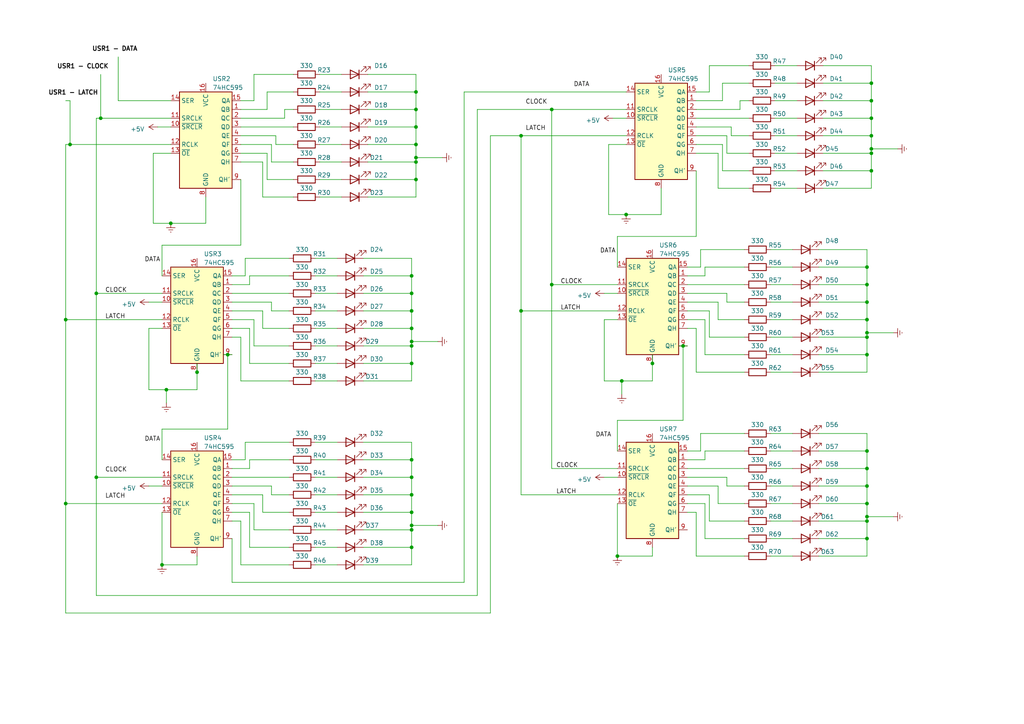
<source format=kicad_sch>
(kicad_sch (version 20230121) (generator eeschema)
  (paper "A4")
  (lib_symbols
    (symbol "74xx:74HC595"
      (property "Reference" "U" (at -7.62 13.97 0))
      (property "Value" "74HC595" (at -7.62 -16.51 0))
      (symbol "74HC595_1_0"
        (pin tri_state line (at 10.16 7.62 180) (length 2.54) (name "QB") (number "1"))
        (pin input line (at -10.16 2.54 0) (length 2.54) (name "~{SRCLR}") (number "10"))
        (pin input line (at -10.16 5.08 0) (length 2.54) (name "SRCLK") (number "11"))
        (pin input line (at -10.16 -2.54 0) (length 2.54) (name "RCLK") (number "12"))
        (pin input line (at -10.16 -5.08 0) (length 2.54) (name "~{OE}") (number "13"))
        (pin input line (at -10.16 10.16 0) (length 2.54) (name "SER") (number "14"))
        (pin tri_state line (at 10.16 10.16 180) (length 2.54) (name "QA") (number "15"))
        (pin power_in line (at 0 15.24 270) (length 2.54) (name "VCC") (number "16"))
        (pin tri_state line (at 10.16 5.08 180) (length 2.54) (name "QC") (number "2"))
        (pin tri_state line (at 10.16 2.54 180) (length 2.54) (name "QD") (number "3"))
        (pin tri_state line (at 10.16 0 180) (length 2.54) (name "QE") (number "4"))
        (pin tri_state line (at 10.16 -2.54 180) (length 2.54) (name "QF") (number "5"))
        (pin tri_state line (at 10.16 -5.08 180) (length 2.54) (name "QG") (number "6"))
        (pin tri_state line (at 10.16 -7.62 180) (length 2.54) (name "QH") (number "7"))
        (pin power_in line (at 0 -17.78 90) (length 2.54) (name "GND") (number "8"))
        (pin output line (at 10.16 -12.7 180) (length 2.54) (name "QH'") (number "9"))
      )
      (symbol "74HC595_1_1"
        (rectangle (start -7.62 12.7) (end 7.62 -15.24) (stroke (width 0.254)) (fill (type background)))
      )
    )
    (symbol "Device:LED" (pin_numbers hide) (pin_names (offset 1.016) hide)
      (property "Reference" "D" (at 0 2.54 0))
      (property "Value" "LED" (at 0 -2.54 0))
      (symbol "LED_0_1"
        (polyline (pts (xy -1.27 -1.27) (xy -1.27 1.27)) (stroke (width 0.254)))
        (polyline (pts (xy -1.27 0) (xy 1.27 0)))
        (polyline (pts (xy 1.27 -1.27) (xy 1.27 1.27) (xy -1.27 0) (xy 1.27 -1.27)) (stroke (width 0.254)))
        (polyline (pts (xy -3.048 -0.762) (xy -4.572 -2.286) (xy -3.81 -2.286) (xy -4.572 -2.286) (xy -4.572 -1.524)))
        (polyline (pts (xy -1.778 -0.762) (xy -3.302 -2.286) (xy -2.54 -2.286) (xy -3.302 -2.286) (xy -3.302 -1.524)))
      )
      (symbol "LED_1_1"
        (pin passive line (at -3.81 0 0) (length 2.54) (name "K") (number "1"))
        (pin passive line (at 3.81 0 180) (length 2.54) (name "A") (number "2"))
      )
    )
    (symbol "Device:R" (pin_numbers hide) (pin_names (offset 0))
      (property "Reference" "R" (at 2.032 0 90))
      (property "Value" "R" (at 0 0 90))
      (symbol "R_0_1"
        (rectangle (start -1.016 -2.54) (end 1.016 2.54) (stroke (width 0.254)))
      )
      (symbol "R_1_1"
        (pin passive line (at 0 3.81 270) (length 1.27) (name "~") (number "1"))
        (pin passive line (at 0 -3.81 90) (length 1.27) (name "~") (number "2"))
      )
    )
    (symbol "power:+5V" (power) (pin_names (offset 0))
      (property "Value" "+5V" (at 0 3.556 0))
      (symbol "+5V_0_1"
        (polyline (pts (xy -0.762 1.27) (xy 0 2.54)))
        (polyline (pts (xy 0 0) (xy 0 2.54)))
        (polyline (pts (xy 0 2.54) (xy 0.762 1.27)))
      )
      (symbol "+5V_1_1"
        (pin power_in line (at 0 0 90) (length 0) hide (name "+5V") (number "1"))
      )
    )
    (symbol "power:Earth" (power) (pin_names (offset 0))
      (symbol "Earth_0_1"
        (polyline (pts (xy -0.635 -1.905) (xy 0.635 -1.905)))
        (polyline (pts (xy -0.127 -2.54) (xy 0.127 -2.54)))
        (polyline (pts (xy 0 -1.27) (xy 0 0)))
        (polyline (pts (xy 1.27 -1.27) (xy -1.27 -1.27)))
      )
      (symbol "Earth_1_1"
        (pin power_in line (at 0 0 270) (length 0) hide (name "Earth") (number "1"))
      )
    )
  )
  (junction (at 119.38 100.33))
  (junction (at 179.07 161.29))
  (junction (at 251.46 87.63))
  (junction (at 251.46 156.21))
  (junction (at 119.38 105.41))
  (junction (at 120.65 41.91))
  (junction (at 27.94 85.09))
  (junction (at 189.23 105.41))
  (junction (at 20.32 41.91))
  (junction (at 252.73 44.45))
  (junction (at 151.13 90.17))
  (junction (at 119.38 90.17))
  (junction (at 251.46 146.05))
  (junction (at 251.46 149.86))
  (junction (at 19.05 146.05))
  (junction (at 251.46 130.81))
  (junction (at 251.46 102.87))
  (junction (at 251.46 77.47))
  (junction (at 46.99 163.83))
  (junction (at 120.65 31.75))
  (junction (at 251.46 97.79))
  (junction (at 120.65 45.72))
  (junction (at 120.65 26.67))
  (junction (at 19.05 92.71))
  (junction (at 119.38 158.75))
  (junction (at 119.38 148.59))
  (junction (at 160.02 82.55))
  (junction (at 252.73 43.18))
  (junction (at 151.13 39.37))
  (junction (at 119.38 80.01))
  (junction (at 119.38 138.43))
  (junction (at 119.38 95.25))
  (junction (at 120.65 46.99))
  (junction (at 180.34 110.49))
  (junction (at 119.38 153.67))
  (junction (at 252.73 39.37))
  (junction (at 251.46 135.89))
  (junction (at 181.61 62.23))
  (junction (at 119.38 133.35))
  (junction (at 252.73 34.29))
  (junction (at 27.94 138.43))
  (junction (at 119.38 143.51))
  (junction (at 120.65 52.07))
  (junction (at 49.53 64.77))
  (junction (at 252.73 29.21))
  (junction (at 119.38 99.06))
  (junction (at 29.21 34.29))
  (junction (at 160.02 31.75))
  (junction (at 120.65 36.83))
  (junction (at 66.04 102.87))
  (junction (at 57.15 107.95))
  (junction (at 198.12 100.33))
  (junction (at 251.46 140.97))
  (junction (at 252.73 24.13))
  (junction (at 251.46 96.52))
  (junction (at 48.26 113.03))
  (junction (at 252.73 49.53))
  (junction (at 251.46 92.71))
  (junction (at 119.38 85.09))
  (junction (at 119.38 152.4))
  (junction (at 251.46 151.13))
  (junction (at 251.46 82.55))
  (wire (pts (xy 91.44 133.35) (xy 97.79 133.35)))
  (wire (pts (xy 19.05 146.05) (xy 19.05 177.8)))
  (wire (pts (xy 210.82 138.43) (xy 199.39 138.43)))
  (wire (pts (xy 251.46 87.63) (xy 251.46 92.71)))
  (wire (pts (xy 138.43 172.72) (xy 138.43 31.75)))
  (wire (pts (xy 238.76 44.45) (xy 252.73 44.45)))
  (wire (pts (xy 67.31 135.89) (xy 72.39 135.89)))
  (wire (pts (xy 67.31 151.13) (xy 69.85 151.13)))
  (wire (pts (xy 237.49 82.55) (xy 251.46 82.55)))
  (wire (pts (xy 19.05 92.71) (xy 46.99 92.71)))
  (wire (pts (xy 19.05 41.91) (xy 20.32 41.91)))
  (wire (pts (xy 69.85 41.91) (xy 78.74 41.91)))
  (wire (pts (xy 179.07 121.92) (xy 179.07 130.81)))
  (wire (pts (xy 72.39 80.01) (xy 83.82 80.01)))
  (wire (pts (xy 179.07 121.92) (xy 198.12 121.92)))
  (wire (pts (xy 201.93 39.37) (xy 210.82 39.37)))
  (wire (pts (xy 179.07 68.58) (xy 201.93 68.58)))
  (wire (pts (xy 49.53 29.21) (xy 34.29 29.21)))
  (wire (pts (xy 223.52 130.81) (xy 229.87 130.81)))
  (wire (pts (xy 223.52 146.05) (xy 229.87 146.05)))
  (wire (pts (xy 105.41 95.25) (xy 119.38 95.25)))
  (wire (pts (xy 215.9 161.29) (xy 201.93 161.29)))
  (wire (pts (xy 105.41 153.67) (xy 119.38 153.67)))
  (wire (pts (xy 238.76 24.13) (xy 252.73 24.13)))
  (wire (pts (xy 223.52 72.39) (xy 229.87 72.39)))
  (wire (pts (xy 199.39 133.35) (xy 204.47 133.35)))
  (wire (pts (xy 71.12 128.27) (xy 83.82 128.27)))
  (wire (pts (xy 251.46 92.71) (xy 251.46 96.52)))
  (wire (pts (xy 69.85 39.37) (xy 80.01 39.37)))
  (wire (pts (xy 105.41 163.83) (xy 119.38 163.83)))
  (wire (pts (xy 208.28 87.63) (xy 208.28 92.71)))
  (wire (pts (xy 77.47 44.45) (xy 77.47 52.07)))
  (wire (pts (xy 59.69 57.15) (xy 59.69 64.77)))
  (wire (pts (xy 83.82 153.67) (xy 73.66 153.67)))
  (wire (pts (xy 179.07 135.89) (xy 160.02 135.89)))
  (wire (pts (xy 199.39 80.01) (xy 204.47 80.01)))
  (wire (pts (xy 204.47 130.81) (xy 215.9 130.81)))
  (wire (pts (xy 27.94 172.72) (xy 138.43 172.72)))
  (wire (pts (xy 191.77 54.61) (xy 191.77 62.23)))
  (wire (pts (xy 91.44 105.41) (xy 97.79 105.41)))
  (wire (pts (xy 69.85 44.45) (xy 77.47 44.45)))
  (wire (pts (xy 77.47 52.07) (xy 85.09 52.07)))
  (wire (pts (xy 205.74 19.05) (xy 217.17 19.05)))
  (wire (pts (xy 189.23 158.75) (xy 189.23 161.29)))
  (wire (pts (xy 76.2 57.15) (xy 85.09 57.15)))
  (wire (pts (xy 69.85 52.07) (xy 69.85 71.12)))
  (wire (pts (xy 92.71 36.83) (xy 99.06 36.83)))
  (wire (pts (xy 106.68 46.99) (xy 120.65 46.99)))
  (wire (pts (xy 199.39 95.25) (xy 201.93 95.25)))
  (wire (pts (xy 199.39 82.55) (xy 215.9 82.55)))
  (wire (pts (xy 69.85 110.49) (xy 69.85 97.79)))
  (wire (pts (xy 119.38 80.01) (xy 119.38 85.09)))
  (wire (pts (xy 237.49 107.95) (xy 251.46 107.95)))
  (wire (pts (xy 67.31 133.35) (xy 71.12 133.35)))
  (wire (pts (xy 69.85 29.21) (xy 73.66 29.21)))
  (wire (pts (xy 251.46 151.13) (xy 251.46 156.21)))
  (wire (pts (xy 199.39 146.05) (xy 204.47 146.05)))
  (wire (pts (xy 223.52 161.29) (xy 229.87 161.29)))
  (wire (pts (xy 198.12 100.33) (xy 199.39 100.33)))
  (wire (pts (xy 203.2 77.47) (xy 203.2 72.39)))
  (wire (pts (xy 92.71 41.91) (xy 99.06 41.91)))
  (wire (pts (xy 105.41 138.43) (xy 119.38 138.43)))
  (wire (pts (xy 27.94 85.09) (xy 27.94 34.29)))
  (wire (pts (xy 238.76 54.61) (xy 252.73 54.61)))
  (wire (pts (xy 224.79 19.05) (xy 231.14 19.05)))
  (wire (pts (xy 73.66 153.67) (xy 73.66 146.05)))
  (wire (pts (xy 199.39 140.97) (xy 208.28 140.97)))
  (wire (pts (xy 59.69 64.77) (xy 49.53 64.77)))
  (wire (pts (xy 67.31 82.55) (xy 72.39 82.55)))
  (wire (pts (xy 67.31 97.79) (xy 69.85 97.79)))
  (wire (pts (xy 238.76 29.21) (xy 252.73 29.21)))
  (wire (pts (xy 223.52 156.21) (xy 229.87 156.21)))
  (wire (pts (xy 252.73 29.21) (xy 252.73 34.29)))
  (wire (pts (xy 208.28 146.05) (xy 215.9 146.05)))
  (wire (pts (xy 160.02 82.55) (xy 179.07 82.55)))
  (wire (pts (xy 105.41 128.27) (xy 119.38 128.27)))
  (wire (pts (xy 49.53 44.45) (xy 44.45 44.45)))
  (wire (pts (xy 224.79 49.53) (xy 231.14 49.53)))
  (wire (pts (xy 72.39 82.55) (xy 72.39 80.01)))
  (wire (pts (xy 252.73 39.37) (xy 252.73 43.18)))
  (wire (pts (xy 73.66 92.71) (xy 67.31 92.71)))
  (wire (pts (xy 208.28 54.61) (xy 217.17 54.61)))
  (wire (pts (xy 106.68 36.83) (xy 120.65 36.83)))
  (wire (pts (xy 44.45 64.77) (xy 49.53 64.77)))
  (wire (pts (xy 83.82 143.51) (xy 78.74 143.51)))
  (wire (pts (xy 205.74 143.51) (xy 199.39 143.51)))
  (wire (pts (xy 78.74 87.63) (xy 67.31 87.63)))
  (wire (pts (xy 223.52 151.13) (xy 229.87 151.13)))
  (wire (pts (xy 196.85 100.33) (xy 198.12 100.33)))
  (wire (pts (xy 252.73 43.18) (xy 260.35 43.18)))
  (wire (pts (xy 237.49 146.05) (xy 251.46 146.05)))
  (wire (pts (xy 76.2 95.25) (xy 83.82 95.25)))
  (wire (pts (xy 223.52 87.63) (xy 229.87 87.63)))
  (wire (pts (xy 119.38 153.67) (xy 119.38 158.75)))
  (wire (pts (xy 78.74 140.97) (xy 67.31 140.97)))
  (wire (pts (xy 198.12 100.33) (xy 198.12 121.92)))
  (wire (pts (xy 119.38 128.27) (xy 119.38 133.35)))
  (wire (pts (xy 224.79 54.61) (xy 231.14 54.61)))
  (wire (pts (xy 237.49 97.79) (xy 251.46 97.79)))
  (wire (pts (xy 92.71 26.67) (xy 99.06 26.67)))
  (wire (pts (xy 151.13 39.37) (xy 151.13 90.17)))
  (wire (pts (xy 251.46 135.89) (xy 251.46 140.97)))
  (wire (pts (xy 252.73 34.29) (xy 252.73 39.37)))
  (wire (pts (xy 78.74 90.17) (xy 78.74 87.63)))
  (wire (pts (xy 120.65 21.59) (xy 120.65 26.67)))
  (wire (pts (xy 77.47 26.67) (xy 85.09 26.67)))
  (wire (pts (xy 237.49 87.63) (xy 251.46 87.63)))
  (wire (pts (xy 208.28 92.71) (xy 215.9 92.71)))
  (wire (pts (xy 119.38 138.43) (xy 119.38 143.51)))
  (wire (pts (xy 210.82 85.09) (xy 199.39 85.09)))
  (wire (pts (xy 119.38 105.41) (xy 119.38 110.49)))
  (wire (pts (xy 44.45 44.45) (xy 44.45 64.77)))
  (wire (pts (xy 134.62 26.67) (xy 181.61 26.67)))
  (wire (pts (xy 105.41 133.35) (xy 119.38 133.35)))
  (wire (pts (xy 69.85 31.75) (xy 77.47 31.75)))
  (wire (pts (xy 20.32 29.21) (xy 20.32 41.91)))
  (wire (pts (xy 83.82 100.33) (xy 73.66 100.33)))
  (wire (pts (xy 120.65 26.67) (xy 120.65 31.75)))
  (wire (pts (xy 73.66 21.59) (xy 85.09 21.59)))
  (wire (pts (xy 181.61 41.91) (xy 176.53 41.91)))
  (wire (pts (xy 203.2 72.39) (xy 215.9 72.39)))
  (wire (pts (xy 204.47 80.01) (xy 204.47 77.47)))
  (wire (pts (xy 251.46 149.86) (xy 251.46 151.13)))
  (wire (pts (xy 46.99 138.43) (xy 27.94 138.43)))
  (wire (pts (xy 29.21 21.59) (xy 29.21 34.29)))
  (wire (pts (xy 223.52 140.97) (xy 229.87 140.97)))
  (wire (pts (xy 215.9 151.13) (xy 205.74 151.13)))
  (wire (pts (xy 214.63 29.21) (xy 214.63 31.75)))
  (wire (pts (xy 105.41 85.09) (xy 119.38 85.09)))
  (wire (pts (xy 209.55 41.91) (xy 209.55 49.53)))
  (wire (pts (xy 199.39 87.63) (xy 208.28 87.63)))
  (wire (pts (xy 175.26 138.43) (xy 179.07 138.43)))
  (wire (pts (xy 83.82 90.17) (xy 78.74 90.17)))
  (wire (pts (xy 237.49 92.71) (xy 251.46 92.71)))
  (wire (pts (xy 46.99 124.46) (xy 66.04 124.46)))
  (wire (pts (xy 92.71 46.99) (xy 99.06 46.99)))
  (wire (pts (xy 105.41 148.59) (xy 119.38 148.59)))
  (wire (pts (xy 78.74 143.51) (xy 78.74 140.97)))
  (wire (pts (xy 67.31 85.09) (xy 83.82 85.09)))
  (wire (pts (xy 66.04 102.87) (xy 67.31 102.87)))
  (wire (pts (xy 179.07 146.05) (xy 179.07 161.29)))
  (wire (pts (xy 57.15 105.41) (xy 57.15 107.95)))
  (wire (pts (xy 119.38 152.4) (xy 127 152.4)))
  (wire (pts (xy 251.46 72.39) (xy 251.46 77.47)))
  (wire (pts (xy 46.99 148.59) (xy 46.99 163.83)))
  (wire (pts (xy 204.47 133.35) (xy 204.47 130.81)))
  (wire (pts (xy 80.01 39.37) (xy 80.01 41.91)))
  (wire (pts (xy 120.65 45.72) (xy 128.27 45.72)))
  (wire (pts (xy 179.07 92.71) (xy 175.26 92.71)))
  (wire (pts (xy 212.09 39.37) (xy 217.17 39.37)))
  (wire (pts (xy 134.62 168.91) (xy 134.62 26.67)))
  (wire (pts (xy 237.49 77.47) (xy 251.46 77.47)))
  (wire (pts (xy 205.74 26.67) (xy 205.74 19.05)))
  (wire (pts (xy 223.52 135.89) (xy 229.87 135.89)))
  (wire (pts (xy 238.76 19.05) (xy 252.73 19.05)))
  (wire (pts (xy 76.2 90.17) (xy 76.2 95.25)))
  (wire (pts (xy 199.39 77.47) (xy 203.2 77.47)))
  (wire (pts (xy 138.43 31.75) (xy 160.02 31.75)))
  (wire (pts (xy 223.52 97.79) (xy 229.87 97.79)))
  (wire (pts (xy 91.44 128.27) (xy 97.79 128.27)))
  (wire (pts (xy 49.53 41.91) (xy 20.32 41.91)))
  (wire (pts (xy 49.53 34.29) (xy 29.21 34.29)))
  (wire (pts (xy 105.41 80.01) (xy 119.38 80.01)))
  (wire (pts (xy 27.94 138.43) (xy 27.94 85.09)))
  (wire (pts (xy 105.41 105.41) (xy 119.38 105.41)))
  (wire (pts (xy 180.34 110.49) (xy 189.23 110.49)))
  (wire (pts (xy 205.74 97.79) (xy 205.74 90.17)))
  (wire (pts (xy 19.05 146.05) (xy 19.05 92.71)))
  (wire (pts (xy 151.13 90.17) (xy 179.07 90.17)))
  (wire (pts (xy 201.93 29.21) (xy 209.55 29.21)))
  (wire (pts (xy 119.38 99.06) (xy 127 99.06)))
  (wire (pts (xy 82.55 31.75) (xy 82.55 34.29)))
  (wire (pts (xy 119.38 133.35) (xy 119.38 138.43)))
  (wire (pts (xy 72.39 135.89) (xy 72.39 133.35)))
  (wire (pts (xy 91.44 95.25) (xy 97.79 95.25)))
  (wire (pts (xy 251.46 82.55) (xy 251.46 87.63)))
  (wire (pts (xy 91.44 110.49) (xy 97.79 110.49)))
  (wire (pts (xy 48.26 113.03) (xy 48.26 116.84)))
  (wire (pts (xy 215.9 107.95) (xy 201.93 107.95)))
  (wire (pts (xy 91.44 90.17) (xy 97.79 90.17)))
  (wire (pts (xy 57.15 163.83) (xy 46.99 163.83)))
  (wire (pts (xy 69.85 34.29) (xy 82.55 34.29)))
  (wire (pts (xy 252.73 44.45) (xy 252.73 49.53)))
  (wire (pts (xy 180.34 110.49) (xy 180.34 114.3)))
  (wire (pts (xy 106.68 41.91) (xy 120.65 41.91)))
  (wire (pts (xy 119.38 152.4) (xy 119.38 153.67)))
  (wire (pts (xy 91.44 163.83) (xy 97.79 163.83)))
  (wire (pts (xy 179.07 143.51) (xy 151.13 143.51)))
  (wire (pts (xy 209.55 29.21) (xy 209.55 24.13)))
  (wire (pts (xy 19.05 92.71) (xy 19.05 41.91)))
  (wire (pts (xy 91.44 80.01) (xy 97.79 80.01)))
  (wire (pts (xy 175.26 92.71) (xy 175.26 110.49)))
  (wire (pts (xy 224.79 29.21) (xy 231.14 29.21)))
  (wire (pts (xy 223.52 125.73) (xy 229.87 125.73)))
  (wire (pts (xy 189.23 102.87) (xy 189.23 105.41)))
  (wire (pts (xy 252.73 43.18) (xy 252.73 44.45)))
  (wire (pts (xy 224.79 39.37) (xy 231.14 39.37)))
  (wire (pts (xy 238.76 34.29) (xy 252.73 34.29)))
  (wire (pts (xy 223.52 92.71) (xy 229.87 92.71)))
  (wire (pts (xy 120.65 36.83) (xy 120.65 41.91)))
  (wire (pts (xy 204.47 92.71) (xy 204.47 102.87)))
  (wire (pts (xy 106.68 57.15) (xy 120.65 57.15)))
  (wire (pts (xy 119.38 158.75) (xy 119.38 163.83)))
  (wire (pts (xy 203.2 125.73) (xy 215.9 125.73)))
  (wire (pts (xy 223.52 107.95) (xy 229.87 107.95)))
  (wire (pts (xy 238.76 39.37) (xy 252.73 39.37)))
  (wire (pts (xy 76.2 148.59) (xy 83.82 148.59)))
  (wire (pts (xy 237.49 102.87) (xy 251.46 102.87)))
  (wire (pts (xy 120.65 41.91) (xy 120.65 45.72)))
  (wire (pts (xy 179.07 68.58) (xy 179.07 77.47)))
  (wire (pts (xy 201.93 107.95) (xy 201.93 95.25)))
  (wire (pts (xy 204.47 146.05) (xy 204.47 156.21)))
  (wire (pts (xy 69.85 163.83) (xy 69.85 151.13)))
  (wire (pts (xy 91.44 143.51) (xy 97.79 143.51)))
  (wire (pts (xy 237.49 151.13) (xy 251.46 151.13)))
  (wire (pts (xy 46.99 71.12) (xy 46.99 80.01)))
  (wire (pts (xy 91.44 74.93) (xy 97.79 74.93)))
  (wire (pts (xy 201.93 49.53) (xy 201.93 68.58)))
  (wire (pts (xy 237.49 72.39) (xy 251.46 72.39)))
  (wire (pts (xy 43.18 87.63) (xy 46.99 87.63)))
  (wire (pts (xy 106.68 52.07) (xy 120.65 52.07)))
  (wire (pts (xy 67.31 95.25) (xy 72.39 95.25)))
  (wire (pts (xy 48.26 113.03) (xy 57.15 113.03)))
  (wire (pts (xy 215.9 97.79) (xy 205.74 97.79)))
  (wire (pts (xy 106.68 26.67) (xy 120.65 26.67)))
  (wire (pts (xy 92.71 21.59) (xy 99.06 21.59)))
  (wire (pts (xy 67.31 156.21) (xy 67.31 168.91)))
  (wire (pts (xy 223.52 77.47) (xy 229.87 77.47)))
  (wire (pts (xy 69.85 46.99) (xy 76.2 46.99)))
  (wire (pts (xy 251.46 102.87) (xy 251.46 107.95)))
  (wire (pts (xy 151.13 39.37) (xy 181.61 39.37)))
  (wire (pts (xy 119.38 148.59) (xy 119.38 152.4)))
  (wire (pts (xy 201.93 26.67) (xy 205.74 26.67)))
  (wire (pts (xy 251.46 130.81) (xy 251.46 135.89)))
  (wire (pts (xy 73.66 29.21) (xy 73.66 21.59)))
  (wire (pts (xy 119.38 90.17) (xy 119.38 95.25)))
  (wire (pts (xy 215.9 87.63) (xy 210.82 87.63)))
  (wire (pts (xy 67.31 143.51) (xy 76.2 143.51)))
  (wire (pts (xy 201.93 34.29) (xy 217.17 34.29)))
  (wire (pts (xy 251.46 140.97) (xy 251.46 146.05)))
  (wire (pts (xy 120.65 45.72) (xy 120.65 46.99)))
  (wire (pts (xy 189.23 105.41) (xy 189.23 110.49)))
  (wire (pts (xy 78.74 41.91) (xy 78.74 46.99)))
  (wire (pts (xy 199.39 130.81) (xy 203.2 130.81)))
  (wire (pts (xy 45.72 36.83) (xy 49.53 36.83)))
  (wire (pts (xy 210.82 44.45) (xy 217.17 44.45)))
  (wire (pts (xy 252.73 49.53) (xy 252.73 54.61)))
  (wire (pts (xy 209.55 24.13) (xy 217.17 24.13)))
  (wire (pts (xy 91.44 138.43) (xy 97.79 138.43)))
  (wire (pts (xy 189.23 161.29) (xy 179.07 161.29)))
  (wire (pts (xy 27.94 34.29) (xy 29.21 34.29)))
  (wire (pts (xy 119.38 143.51) (xy 119.38 148.59)))
  (wire (pts (xy 20.32 29.21) (xy 19.05 29.21)))
  (wire (pts (xy 91.44 85.09) (xy 97.79 85.09)))
  (wire (pts (xy 160.02 31.75) (xy 181.61 31.75)))
  (wire (pts (xy 252.73 24.13) (xy 252.73 29.21)))
  (wire (pts (xy 119.38 74.93) (xy 119.38 80.01)))
  (wire (pts (xy 224.79 24.13) (xy 231.14 24.13)))
  (wire (pts (xy 210.82 87.63) (xy 210.82 85.09)))
  (wire (pts (xy 175.26 85.09) (xy 179.07 85.09)))
  (wire (pts (xy 199.39 148.59) (xy 201.93 148.59)))
  (wire (pts (xy 72.39 95.25) (xy 72.39 105.41)))
  (wire (pts (xy 210.82 39.37) (xy 210.82 44.45)))
  (wire (pts (xy 92.71 52.07) (xy 99.06 52.07)))
  (wire (pts (xy 160.02 82.55) (xy 160.02 135.89)))
  (wire (pts (xy 105.41 158.75) (xy 119.38 158.75)))
  (wire (pts (xy 237.49 135.89) (xy 251.46 135.89)))
  (wire (pts (xy 201.93 31.75) (xy 214.63 31.75)))
  (wire (pts (xy 119.38 99.06) (xy 119.38 100.33)))
  (wire (pts (xy 69.85 36.83) (xy 85.09 36.83)))
  (wire (pts (xy 72.39 148.59) (xy 72.39 158.75)))
  (wire (pts (xy 252.73 19.05) (xy 252.73 24.13)))
  (wire (pts (xy 237.49 140.97) (xy 251.46 140.97)))
  (wire (pts (xy 223.52 82.55) (xy 229.87 82.55)))
  (wire (pts (xy 106.68 21.59) (xy 120.65 21.59)))
  (wire (pts (xy 46.99 71.12) (xy 69.85 71.12)))
  (wire (pts (xy 208.28 140.97) (xy 208.28 146.05)))
  (wire (pts (xy 223.52 102.87) (xy 229.87 102.87)))
  (wire (pts (xy 91.44 100.33) (xy 97.79 100.33)))
  (wire (pts (xy 76.2 143.51) (xy 76.2 148.59)))
  (wire (pts (xy 19.05 177.8) (xy 142.24 177.8)))
  (wire (pts (xy 91.44 158.75) (xy 97.79 158.75)))
  (wire (pts (xy 106.68 31.75) (xy 120.65 31.75)))
  (wire (pts (xy 204.47 156.21) (xy 215.9 156.21)))
  (wire (pts (xy 72.39 105.41) (xy 83.82 105.41)))
  (wire (pts (xy 201.93 41.91) (xy 209.55 41.91)))
  (wire (pts (xy 201.93 161.29) (xy 201.93 148.59)))
  (wire (pts (xy 251.46 77.47) (xy 251.46 82.55)))
  (wire (pts (xy 142.24 39.37) (xy 151.13 39.37)))
  (wire (pts (xy 27.94 138.43) (xy 27.94 172.72)))
  (wire (pts (xy 78.74 46.99) (xy 85.09 46.99)))
  (wire (pts (xy 210.82 140.97) (xy 210.82 138.43)))
  (wire (pts (xy 46.99 95.25) (xy 43.18 95.25)))
  (wire (pts (xy 251.46 96.52) (xy 259.08 96.52)))
  (wire (pts (xy 46.99 124.46) (xy 46.99 133.35)))
  (wire (pts (xy 67.31 138.43) (xy 83.82 138.43)))
  (wire (pts (xy 209.55 49.53) (xy 217.17 49.53)))
  (wire (pts (xy 120.65 31.75) (xy 120.65 36.83)))
  (wire (pts (xy 82.55 31.75) (xy 85.09 31.75)))
  (wire (pts (xy 43.18 140.97) (xy 46.99 140.97)))
  (wire (pts (xy 205.74 151.13) (xy 205.74 143.51)))
  (wire (pts (xy 142.24 177.8) (xy 142.24 39.37)))
  (wire (pts (xy 199.39 92.71) (xy 204.47 92.71)))
  (wire (pts (xy 224.79 34.29) (xy 231.14 34.29)))
  (wire (pts (xy 71.12 80.01) (xy 71.12 74.93)))
  (wire (pts (xy 80.01 41.91) (xy 85.09 41.91)))
  (wire (pts (xy 92.71 57.15) (xy 99.06 57.15)))
  (wire (pts (xy 215.9 140.97) (xy 210.82 140.97)))
  (wire (pts (xy 120.65 52.07) (xy 120.65 57.15)))
  (wire (pts (xy 203.2 130.81) (xy 203.2 125.73)))
  (wire (pts (xy 64.77 102.87) (xy 66.04 102.87)))
  (wire (pts (xy 237.49 125.73) (xy 251.46 125.73)))
  (wire (pts (xy 251.46 96.52) (xy 251.46 97.79)))
  (wire (pts (xy 43.18 113.03) (xy 48.26 113.03)))
  (wire (pts (xy 92.71 31.75) (xy 99.06 31.75)))
  (wire (pts (xy 212.09 36.83) (xy 212.09 39.37)))
  (wire (pts (xy 204.47 77.47) (xy 215.9 77.47)))
  (wire (pts (xy 27.94 85.09) (xy 46.99 85.09)))
  (wire (pts (xy 71.12 74.93) (xy 83.82 74.93)))
  (wire (pts (xy 251.46 156.21) (xy 251.46 161.29)))
  (wire (pts (xy 76.2 46.99) (xy 76.2 57.15)))
  (wire (pts (xy 237.49 161.29) (xy 251.46 161.29)))
  (wire (pts (xy 91.44 153.67) (xy 97.79 153.67)))
  (wire (pts (xy 201.93 36.83) (xy 212.09 36.83)))
  (wire (pts (xy 67.31 80.01) (xy 71.12 80.01)))
  (wire (pts (xy 119.38 95.25) (xy 119.38 99.06)))
  (wire (pts (xy 238.76 49.53) (xy 252.73 49.53)))
  (wire (pts (xy 251.46 125.73) (xy 251.46 130.81)))
  (wire (pts (xy 151.13 90.17) (xy 151.13 143.51)))
  (wire (pts (xy 73.66 100.33) (xy 73.66 92.71)))
  (wire (pts (xy 105.41 74.93) (xy 119.38 74.93)))
  (wire (pts (xy 77.47 31.75) (xy 77.47 26.67)))
  (wire (pts (xy 66.04 102.87) (xy 66.04 124.46)))
  (wire (pts (xy 204.47 102.87) (xy 215.9 102.87)))
  (wire (pts (xy 67.31 90.17) (xy 76.2 90.17)))
  (wire (pts (xy 119.38 100.33) (xy 119.38 105.41)))
  (wire (pts (xy 83.82 110.49) (xy 69.85 110.49)))
  (wire (pts (xy 224.79 44.45) (xy 231.14 44.45)))
  (wire (pts (xy 177.8 34.29) (xy 181.61 34.29)))
  (wire (pts (xy 176.53 41.91) (xy 176.53 62.23)))
  (wire (pts (xy 105.41 100.33) (xy 119.38 100.33)))
  (wire (pts (xy 105.41 90.17) (xy 119.38 90.17)))
  (wire (pts (xy 57.15 107.95) (xy 57.15 113.03)))
  (wire (pts (xy 46.99 146.05) (xy 19.05 146.05)))
  (wire (pts (xy 205.74 90.17) (xy 199.39 90.17)))
  (wire (pts (xy 208.28 44.45) (xy 208.28 54.61)))
  (wire (pts (xy 175.26 110.49) (xy 180.34 110.49)))
  (wire (pts (xy 71.12 133.35) (xy 71.12 128.27)))
  (wire (pts (xy 119.38 85.09) (xy 119.38 90.17)))
  (wire (pts (xy 67.31 148.59) (xy 72.39 148.59)))
  (wire (pts (xy 251.46 146.05) (xy 251.46 149.86)))
  (wire (pts (xy 72.39 158.75) (xy 83.82 158.75)))
  (wire (pts (xy 201.93 44.45) (xy 208.28 44.45)))
  (wire (pts (xy 120.65 46.99) (xy 120.65 52.07)))
  (wire (pts (xy 105.41 143.51) (xy 119.38 143.51)))
  (wire (pts (xy 73.66 146.05) (xy 67.31 146.05)))
  (wire (pts (xy 83.82 163.83) (xy 69.85 163.83)))
  (wire (pts (xy 105.41 110.49) (xy 119.38 110.49)))
  (wire (pts (xy 237.49 156.21) (xy 251.46 156.21)))
  (wire (pts (xy 57.15 161.29) (xy 57.15 163.83)))
  (wire (pts (xy 176.53 62.23) (xy 181.61 62.23)))
  (wire (pts (xy 251.46 97.79) (xy 251.46 102.87)))
  (wire (pts (xy 160.02 31.75) (xy 160.02 82.55)))
  (wire (pts (xy 199.39 135.89) (xy 215.9 135.89)))
  (wire (pts (xy 67.31 168.91) (xy 134.62 168.91)))
  (wire (pts (xy 43.18 95.25) (xy 43.18 113.03)))
  (wire (pts (xy 72.39 133.35) (xy 83.82 133.35)))
  (wire (pts (xy 237.49 130.81) (xy 251.46 130.81)))
  (wire (pts (xy 214.63 29.21) (xy 217.17 29.21)))
  (wire (pts (xy 34.29 16.51) (xy 34.29 29.21)))
  (wire (pts (xy 191.77 62.23) (xy 181.61 62.23)))
  (wire (pts (xy 91.44 148.59) (xy 97.79 148.59)))
  (wire (pts (xy 251.46 149.86) (xy 259.08 149.86)))
  (label "USR1 - CLOCK" (at 16.51 20.32 0) (effects (font (thickness 0.254) bold)))
  (label "DATA" (at 41.91 76.2 0))
  (label "LATCH" (at 30.48 92.71 0))
  (label "CLOCK" (at 161.29 135.89 0))
  (label "USR1 - DATA" (at 26.67 15.24 0) (effects (font (thickness 0.254) bold)))
  (label "LATCH" (at 30.48 144.78 0))
  (label "USR1 - LATCH" (at 13.97 27.94 0) (effects (font (thickness 0.254) bold)))
  (label "DATA" (at 41.91 128.27 0))
  (label "CLOCK" (at 30.48 85.09 0))
  (label "CLOCK" (at 152.4 30.48 0))
  (label "LATCH" (at 161.29 143.51 0))
  (label "LATCH" (at 152.4 38.1 0))
  (label "LATCH" (at 162.56 90.17 0))
  (label "CLOCK" (at 162.56 82.55 0))
  (label "CLOCK" (at 30.48 137.16 0))
  (label "DATA" (at 166.37 25.4 0))
  (label "DATA" (at 172.72 127 0))
  (label "DATA" (at 173.99 73.66 0))
  (symbol (lib_id "power:+5V") (at 43.18 87.63 90) (unit 1)
    (property "Reference" "#PWR03" (effects hide))
    (property "Value" "+5V" (at 39.37 88.265 90) (effects (justify left)))
  )
  (symbol (lib_id "Device:R") (at 87.63 80.01 90) (unit 1)
    (property "Reference" "R32" (at 92.71 78.74 90))
    (property "Value" "330" (at 87.63 77.47 90))
  )
  (symbol (lib_id "Device:LED") (at 102.87 31.75 180) (unit 1)
    (property "Reference" "D18" (at 110.49 30.48 0))
    (property "Value" "LED" (effects hide))
  )
  (symbol (lib_id "power:Earth") (at 46.99 163.83 0) (unit 1)
    (property "Reference" "#PWR07" (effects hide))
    (property "Value" "Earth" (effects hide))
  )
  (symbol (lib_id "74xx:74HC595") (at 57.15 90.17 0) (unit 1)
    (property "Reference" "USR3" (at 59.1059 73.66 0) (effects (justify left)))
    (property "Value" "74HC595" (at 59.1059 76.2 0) (effects (justify left)))
    (property "Datasheet" "http://www.ti.com/lit/ds/symlink/sn74hc595.pdf" (effects hide))
  )
  (symbol (lib_id "Device:LED") (at 101.6 105.41 180) (unit 1)
    (property "Reference" "D30" (at 109.22 104.14 0))
    (property "Value" "LED" (effects hide))
  )
  (symbol (lib_id "Device:R") (at 88.9 57.15 90) (unit 1)
    (property "Reference" "R30" (at 93.98 55.88 90))
    (property "Value" "330" (at 88.9 54.61 90))
  )
  (symbol (lib_id "power:Earth") (at 259.08 149.86 90) (unit 1)
    (property "Reference" "#PWR017" (effects hide))
    (property "Value" "Earth" (effects hide))
  )
  (symbol (lib_id "Device:LED") (at 234.95 19.05 180) (unit 1)
    (property "Reference" "D40" (at 242.57 16.51 0))
    (property "Value" "LED" (effects hide))
  )
  (symbol (lib_id "Device:LED") (at 234.95 54.61 180) (unit 1)
    (property "Reference" "D47" (at 241.3 53.34 0))
    (property "Value" "LED" (effects hide))
  )
  (symbol (lib_id "Device:LED") (at 234.95 24.13 180) (unit 1)
    (property "Reference" "D41" (at 242.57 22.86 0))
    (property "Value" "LED" (effects hide))
  )
  (symbol (lib_id "Device:R") (at 87.63 133.35 90) (unit 1)
    (property "Reference" "R40" (at 92.71 132.08 90))
    (property "Value" "330" (at 87.63 130.81 90))
  )
  (symbol (lib_id "power:Earth") (at 181.61 62.23 0) (unit 1)
    (property "Reference" "#PWR015" (effects hide))
    (property "Value" "Earth" (effects hide))
  )
  (symbol (lib_id "Device:R") (at 87.63 148.59 90) (unit 1)
    (property "Reference" "R43" (at 92.71 147.32 90))
    (property "Value" "330" (at 87.63 146.05 90))
  )
  (symbol (lib_id "power:+5V") (at 175.26 85.09 90) (unit 1)
    (property "Reference" "#PWR010" (effects hide))
    (property "Value" "+5V" (at 171.45 85.725 90) (effects (justify left)))
  )
  (symbol (lib_id "Device:R") (at 220.98 49.53 90) (unit 1)
    (property "Reference" "R53" (at 226.06 48.26 90))
    (property "Value" "330" (at 220.98 46.99 90))
  )
  (symbol (lib_id "Device:R") (at 87.63 128.27 90) (unit 1)
    (property "Reference" "R39" (at 92.71 127 90))
    (property "Value" "330" (at 87.63 125.73 90))
  )
  (symbol (lib_id "Device:R") (at 87.63 105.41 90) (unit 1)
    (property "Reference" "R37" (at 92.71 104.14 90))
    (property "Value" "330" (at 87.63 102.87 90))
  )
  (symbol (lib_id "Device:LED") (at 101.6 128.27 180) (unit 1)
    (property "Reference" "D32" (at 109.22 125.73 0))
    (property "Value" "LED" (effects hide))
  )
  (symbol (lib_id "Device:R") (at 87.63 153.67 90) (unit 1)
    (property "Reference" "R44" (at 92.71 152.4 90))
    (property "Value" "330" (at 87.63 151.13 90))
  )
  (symbol (lib_id "Device:LED") (at 101.6 80.01 180) (unit 1)
    (property "Reference" "D25" (at 109.22 78.74 0))
    (property "Value" "LED" (effects hide))
  )
  (symbol (lib_id "74xx:74HC595") (at 191.77 36.83 0) (unit 1)
    (property "Reference" "USR5" (at 193.7259 20.32 0) (effects (justify left)))
    (property "Value" "74HC595" (at 193.7259 22.86 0) (effects (justify left)))
    (property "Datasheet" "http://www.ti.com/lit/ds/symlink/sn74hc595.pdf" (effects hide))
  )
  (symbol (lib_id "Device:LED") (at 233.68 156.21 180) (unit 1)
    (property "Reference" "D62" (at 241.3 154.94 0))
    (property "Value" "LED" (effects hide))
  )
  (symbol (lib_id "Device:LED") (at 233.68 107.95 180) (unit 1)
    (property "Reference" "D55" (at 240.03 106.68 0))
    (property "Value" "LED" (effects hide))
  )
  (symbol (lib_id "Device:LED") (at 101.6 100.33 180) (unit 1)
    (property "Reference" "D29" (at 107.95 99.06 0))
    (property "Value" "LED" (effects hide))
  )
  (symbol (lib_id "Device:LED") (at 234.95 49.53 180) (unit 1)
    (property "Reference" "D46" (at 242.57 48.26 0))
    (property "Value" "LED" (effects hide))
  )
  (symbol (lib_id "Device:R") (at 220.98 54.61 90) (unit 1)
    (property "Reference" "R54" (at 226.06 53.34 90))
    (property "Value" "330" (at 220.98 52.07 90))
  )
  (symbol (lib_id "Device:LED") (at 233.68 161.29 180) (unit 1)
    (property "Reference" "D63" (at 240.03 160.02 0))
    (property "Value" "LED" (effects hide))
  )
  (symbol (lib_id "Device:R") (at 88.9 41.91 90) (unit 1)
    (property "Reference" "R27" (at 93.98 40.64 90))
    (property "Value" "330" (at 88.9 39.37 90))
  )
  (symbol (lib_id "Device:R") (at 87.63 138.43 90) (unit 1)
    (property "Reference" "R41" (at 92.71 137.16 90))
    (property "Value" "330" (at 87.63 135.89 90))
  )
  (symbol (lib_id "Device:R") (at 88.9 52.07 90) (unit 1)
    (property "Reference" "R29" (at 93.98 50.8 90))
    (property "Value" "330" (at 88.9 49.53 90))
  )
  (symbol (lib_id "power:+5V") (at 177.8 34.29 90) (unit 1)
    (property "Reference" "#PWR012" (effects hide))
    (property "Value" "+5V" (at 173.99 34.925 90) (effects (justify left)))
  )
  (symbol (lib_id "Device:LED") (at 233.68 102.87 180) (unit 1)
    (property "Reference" "D54" (at 241.3 101.6 0))
    (property "Value" "LED" (effects hide))
  )
  (symbol (lib_id "Device:R") (at 87.63 95.25 90) (unit 1)
    (property "Reference" "R35" (at 92.71 93.98 90))
    (property "Value" "330" (at 87.63 92.71 90))
  )
  (symbol (lib_id "Device:R") (at 220.98 44.45 90) (unit 1)
    (property "Reference" "R52" (at 226.06 43.18 90))
    (property "Value" "330" (at 220.98 41.91 90))
  )
  (symbol (lib_id "Device:LED") (at 102.87 41.91 180) (unit 1)
    (property "Reference" "D20" (at 110.49 40.64 0))
    (property "Value" "LED" (effects hide))
  )
  (symbol (lib_id "Device:LED") (at 233.68 97.79 180) (unit 1)
    (property "Reference" "D53" (at 240.03 96.52 0))
    (property "Value" "LED" (effects hide))
  )
  (symbol (lib_id "Device:LED") (at 233.68 130.81 180) (unit 1)
    (property "Reference" "D57" (at 241.3 129.54 0))
    (property "Value" "LED" (effects hide))
  )
  (symbol (lib_id "Device:R") (at 87.63 90.17 90) (unit 1)
    (property "Reference" "R34" (at 92.71 88.9 90))
    (property "Value" "330" (at 87.63 87.63 90))
  )
  (symbol (lib_id "74xx:74HC595") (at 189.23 140.97 0) (unit 1)
    (property "Reference" "USR7" (at 191.1859 124.46 0) (effects (justify left)))
    (property "Value" "74HC595" (at 191.1859 127 0) (effects (justify left)))
    (property "Datasheet" "http://www.ti.com/lit/ds/symlink/sn74hc595.pdf" (effects hide))
  )
  (symbol (lib_id "Device:R") (at 219.71 97.79 90) (unit 1)
    (property "Reference" "R60" (at 224.79 96.52 90))
    (property "Value" "330" (at 219.71 95.25 90))
  )
  (symbol (lib_id "Device:LED") (at 233.68 72.39 180) (unit 1)
    (property "Reference" "D48" (at 241.3 69.85 0))
    (property "Value" "LED" (effects hide))
  )
  (symbol (lib_id "power:+5V") (at 43.18 140.97 90) (unit 1)
    (property "Reference" "#PWR06" (effects hide))
    (property "Value" "+5V" (at 39.37 141.605 90) (effects (justify left)))
  )
  (symbol (lib_id "74xx:74HC595") (at 59.69 39.37 0) (unit 1)
    (property "Reference" "USR2" (at 61.6459 22.86 0) (effects (justify left)))
    (property "Value" "74HC595" (at 61.6459 25.4 0) (effects (justify left)))
    (property "Datasheet" "http://www.ti.com/lit/ds/symlink/sn74hc595.pdf" (effects hide))
  )
  (symbol (lib_id "Device:R") (at 87.63 110.49 90) (unit 1)
    (property "Reference" "R38" (at 92.71 109.22 90))
    (property "Value" "330" (at 87.63 107.95 90))
  )
  (symbol (lib_id "Device:LED") (at 101.6 158.75 180) (unit 1)
    (property "Reference" "D38" (at 109.22 157.48 0))
    (property "Value" "LED" (effects hide))
  )
  (symbol (lib_id "Device:R") (at 88.9 31.75 90) (unit 1)
    (property "Reference" "R25" (at 93.98 30.48 90))
    (property "Value" "330" (at 88.9 29.21 90))
  )
  (symbol (lib_id "Device:LED") (at 102.87 52.07 180) (unit 1)
    (property "Reference" "D22" (at 110.49 50.8 0))
    (property "Value" "LED" (effects hide))
  )
  (symbol (lib_id "power:Earth") (at 128.27 45.72 90) (unit 1)
    (property "Reference" "#PWR02" (effects hide))
    (property "Value" "Earth" (effects hide))
  )
  (symbol (lib_id "power:+5V") (at 175.26 138.43 90) (unit 1)
    (property "Reference" "#PWR011" (effects hide))
    (property "Value" "+5V" (at 171.45 139.065 90) (effects (justify left)))
  )
  (symbol (lib_id "Device:R") (at 87.63 143.51 90) (unit 1)
    (property "Reference" "R42" (at 92.71 142.24 90))
    (property "Value" "330" (at 87.63 140.97 90))
  )
  (symbol (lib_id "Device:LED") (at 101.6 138.43 180) (unit 1)
    (property "Reference" "D34" (at 109.22 137.16 0))
    (property "Value" "LED" (effects hide))
  )
  (symbol (lib_id "Device:LED") (at 102.87 26.67 180) (unit 1)
    (property "Reference" "D17" (at 110.49 25.4 0))
    (property "Value" "LED" (effects hide))
  )
  (symbol (lib_id "Device:LED") (at 101.6 74.93 180) (unit 1)
    (property "Reference" "D24" (at 109.22 72.39 0))
    (property "Value" "LED" (effects hide))
  )
  (symbol (lib_id "Device:R") (at 220.98 24.13 90) (unit 1)
    (property "Reference" "R48" (at 226.06 22.86 90))
    (property "Value" "330" (at 220.98 21.59 90))
  )
  (symbol (lib_id "Device:LED") (at 233.68 82.55 180) (unit 1)
    (property "Reference" "D50" (at 241.3 81.28 0))
    (property "Value" "LED" (effects hide))
  )
  (symbol (lib_id "Device:R") (at 219.71 140.97 90) (unit 1)
    (property "Reference" "R66" (at 224.79 139.7 90))
    (property "Value" "330" (at 219.71 138.43 90))
  )
  (symbol (lib_id "Device:R") (at 88.9 36.83 90) (unit 1)
    (property "Reference" "R26" (at 93.98 35.56 90))
    (property "Value" "330" (at 88.9 34.29 90))
  )
  (symbol (lib_id "Device:LED") (at 102.87 21.59 180) (unit 1)
    (property "Reference" "D16" (at 110.49 19.05 0))
    (property "Value" "LED" (effects hide))
  )
  (symbol (lib_id "Device:LED") (at 234.95 39.37 180) (unit 1)
    (property "Reference" "D44" (at 242.57 38.1 0))
    (property "Value" "LED" (effects hide))
  )
  (symbol (lib_id "Device:LED") (at 102.87 57.15 180) (unit 1)
    (property "Reference" "D23" (at 109.22 55.88 0))
    (property "Value" "LED" (effects hide))
  )
  (symbol (lib_id "Device:R") (at 219.71 156.21 90) (unit 1)
    (property "Reference" "R69" (at 224.79 154.94 90))
    (property "Value" "330" (at 219.71 153.67 90))
  )
  (symbol (lib_id "Device:LED") (at 101.6 143.51 180) (unit 1)
    (property "Reference" "D35" (at 109.22 142.24 0))
    (property "Value" "LED" (effects hide))
  )
  (symbol (lib_id "Device:R") (at 88.9 21.59 90) (unit 1)
    (property "Reference" "R23" (at 93.98 20.32 90))
    (property "Value" "330" (at 88.9 19.05 90))
  )
  (symbol (lib_id "Device:LED") (at 233.68 140.97 180) (unit 1)
    (property "Reference" "D59" (at 241.3 139.7 0))
    (property "Value" "LED" (effects hide))
  )
  (symbol (lib_id "Device:LED") (at 233.68 125.73 180) (unit 1)
    (property "Reference" "D56" (at 241.3 123.19 0))
    (property "Value" "LED" (effects hide))
  )
  (symbol (lib_id "Device:R") (at 87.63 100.33 90) (unit 1)
    (property "Reference" "R36" (at 92.71 99.06 90))
    (property "Value" "330" (at 87.63 97.79 90))
  )
  (symbol (lib_id "Device:R") (at 219.71 161.29 90) (unit 1)
    (property "Reference" "R70" (at 224.79 160.02 90))
    (property "Value" "330" (at 219.71 158.75 90))
  )
  (symbol (lib_id "power:Earth") (at 127 99.06 90) (unit 1)
    (property "Reference" "#PWR04" (effects hide))
    (property "Value" "Earth" (effects hide))
  )
  (symbol (lib_id "74xx:74HC595") (at 189.23 87.63 0) (unit 1)
    (property "Reference" "USR6" (at 191.1859 71.12 0) (effects (justify left)))
    (property "Value" "74HC595" (at 191.1859 73.66 0) (effects (justify left)))
    (property "Datasheet" "http://www.ti.com/lit/ds/symlink/sn74hc595.pdf" (effects hide))
  )
  (symbol (lib_id "power:Earth") (at 49.53 64.77 0) (unit 1)
    (property "Reference" "#PWR05" (effects hide))
    (property "Value" "Earth" (effects hide))
  )
  (symbol (lib_id "Device:LED") (at 101.6 90.17 180) (unit 1)
    (property "Reference" "D27" (at 109.22 88.9 0))
    (property "Value" "LED" (effects hide))
  )
  (symbol (lib_id "Device:R") (at 88.9 26.67 90) (unit 1)
    (property "Reference" "R24" (at 93.98 25.4 90))
    (property "Value" "330" (at 88.9 24.13 90))
  )
  (symbol (lib_id "Device:R") (at 219.71 92.71 90) (unit 1)
    (property "Reference" "R59" (at 224.79 91.44 90))
    (property "Value" "330" (at 219.71 90.17 90))
  )
  (symbol (lib_id "Device:LED") (at 233.68 146.05 180) (unit 1)
    (property "Reference" "D60" (at 241.3 144.78 0))
    (property "Value" "LED" (effects hide))
  )
  (symbol (lib_id "Device:R") (at 219.71 146.05 90) (unit 1)
    (property "Reference" "R67" (at 224.79 144.78 90))
    (property "Value" "330" (at 219.71 143.51 90))
  )
  (symbol (lib_id "Device:LED") (at 101.6 163.83 180) (unit 1)
    (property "Reference" "D39" (at 107.95 162.56 0))
    (property "Value" "LED" (effects hide))
  )
  (symbol (lib_id "Device:R") (at 220.98 29.21 90) (unit 1)
    (property "Reference" "R49" (at 226.06 27.94 90))
    (property "Value" "330" (at 220.98 26.67 90))
  )
  (symbol (lib_id "Device:LED") (at 101.6 153.67 180) (unit 1)
    (property "Reference" "D37" (at 107.95 152.4 0))
    (property "Value" "LED" (effects hide))
  )
  (symbol (lib_id "Device:LED") (at 101.6 133.35 180) (unit 1)
    (property "Reference" "D33" (at 109.22 132.08 0))
    (property "Value" "LED" (effects hide))
  )
  (symbol (lib_id "Device:R") (at 219.71 125.73 90) (unit 1)
    (property "Reference" "R63" (at 224.79 124.46 90))
    (property "Value" "330" (at 219.71 123.19 90))
  )
  (symbol (lib_id "Device:LED") (at 233.68 92.71 180) (unit 1)
    (property "Reference" "D52" (at 241.3 91.44 0))
    (property "Value" "LED" (effects hide))
  )
  (symbol (lib_id "Device:LED") (at 233.68 87.63 180) (unit 1)
    (property "Reference" "D51" (at 241.3 86.36 0))
    (property "Value" "LED" (effects hide))
  )
  (symbol (lib_id "Device:LED") (at 234.95 44.45 180) (unit 1)
    (property "Reference" "D45" (at 241.3 43.18 0))
    (property "Value" "LED" (effects hide))
  )
  (symbol (lib_id "power:Earth") (at 260.35 43.18 90) (unit 1)
    (property "Reference" "#PWR018" (effects hide))
    (property "Value" "Earth" (effects hide))
  )
  (symbol (lib_id "Device:R") (at 219.71 72.39 90) (unit 1)
    (property "Reference" "R55" (at 224.79 71.12 90))
    (property "Value" "330" (at 219.71 69.85 90))
  )
  (symbol (lib_id "power:+5V") (at 45.72 36.83 90) (unit 1)
    (property "Reference" "#PWR01" (effects hide))
    (property "Value" "+5V" (at 41.91 37.465 90) (effects (justify left)))
  )
  (symbol (lib_id "Device:LED") (at 234.95 34.29 180) (unit 1)
    (property "Reference" "D43" (at 242.57 33.02 0))
    (property "Value" "LED" (effects hide))
  )
  (symbol (lib_id "Device:LED") (at 233.68 77.47 180) (unit 1)
    (property "Reference" "D49" (at 241.3 76.2 0))
    (property "Value" "LED" (effects hide))
  )
  (symbol (lib_id "Device:R") (at 219.71 102.87 90) (unit 1)
    (property "Reference" "R61" (at 224.79 101.6 90))
    (property "Value" "330" (at 219.71 100.33 90))
  )
  (symbol (lib_id "Device:R") (at 219.71 82.55 90) (unit 1)
    (property "Reference" "R57" (at 224.79 81.28 90))
    (property "Value" "330" (at 219.71 80.01 90))
  )
  (symbol (lib_id "power:Earth") (at 127 152.4 90) (unit 1)
    (property "Reference" "#PWR09" (effects hide))
    (property "Value" "Earth" (effects hide))
  )
  (symbol (lib_id "power:Earth") (at 48.26 116.84 0) (unit 1)
    (property "Reference" "#PWR08" (effects hide))
    (property "Value" "Earth" (effects hide))
  )
  (symbol (lib_id "Device:LED") (at 101.6 148.59 180) (unit 1)
    (property "Reference" "D36" (at 109.22 147.32 0))
    (property "Value" "LED" (effects hide))
  )
  (symbol (lib_id "Device:R") (at 87.63 163.83 90) (unit 1)
    (property "Reference" "R46" (at 92.71 162.56 90))
    (property "Value" "330" (at 87.63 161.29 90))
  )
  (symbol (lib_id "power:Earth") (at 180.34 114.3 0) (unit 1)
    (property "Reference" "#PWR014" (effects hide))
    (property "Value" "Earth" (effects hide))
  )
  (symbol (lib_id "Device:LED") (at 233.68 151.13 180) (unit 1)
    (property "Reference" "D61" (at 240.03 149.86 0))
    (property "Value" "LED" (effects hide))
  )
  (symbol (lib_id "Device:R") (at 219.71 77.47 90) (unit 1)
    (property "Reference" "R56" (at 224.79 76.2 90))
    (property "Value" "330" (at 219.71 74.93 90))
  )
  (symbol (lib_id "Device:R") (at 220.98 34.29 90) (unit 1)
    (property "Reference" "R50" (at 226.06 33.02 90))
    (property "Value" "330" (at 220.98 31.75 90))
  )
  (symbol (lib_id "Device:LED") (at 233.68 135.89 180) (unit 1)
    (property "Reference" "D58" (at 241.3 134.62 0))
    (property "Value" "LED" (effects hide))
  )
  (symbol (lib_id "Device:R") (at 219.71 87.63 90) (unit 1)
    (property "Reference" "R58" (at 224.79 86.36 90))
    (property "Value" "330" (at 219.71 85.09 90))
  )
  (symbol (lib_id "Device:LED") (at 101.6 85.09 180) (unit 1)
    (property "Reference" "D26" (at 109.22 83.82 0))
    (property "Value" "LED" (effects hide))
  )
  (symbol (lib_id "Device:R") (at 220.98 39.37 90) (unit 1)
    (property "Reference" "R51" (at 226.06 38.1 90))
    (property "Value" "330" (at 220.98 36.83 90))
  )
  (symbol (lib_id "Device:R") (at 87.63 85.09 90) (unit 1)
    (property "Reference" "R33" (at 92.71 83.82 90))
    (property "Value" "330" (at 87.63 82.55 90))
  )
  (symbol (lib_id "Device:LED") (at 101.6 110.49 180) (unit 1)
    (property "Reference" "D31" (at 107.95 109.22 0))
    (property "Value" "LED" (effects hide))
  )
  (symbol (lib_id "Device:R") (at 219.71 107.95 90) (unit 1)
    (property "Reference" "R62" (at 224.79 106.68 90))
    (property "Value" "330" (at 219.71 105.41 90))
  )
  (symbol (lib_id "Device:LED") (at 234.95 29.21 180) (unit 1)
    (property "Reference" "D42" (at 242.57 27.94 0))
    (property "Value" "LED" (effects hide))
  )
  (symbol (lib_id "power:Earth") (at 259.08 96.52 90) (unit 1)
    (property "Reference" "#PWR016" (effects hide))
    (property "Value" "Earth" (effects hide))
  )
  (symbol (lib_id "Device:LED") (at 101.6 95.25 180) (unit 1)
    (property "Reference" "D28" (at 109.22 93.98 0))
    (property "Value" "LED" (effects hide))
  )
  (symbol (lib_id "Device:R") (at 87.63 74.93 90) (unit 1)
    (property "Reference" "R31" (at 92.71 73.66 90))
    (property "Value" "330" (at 87.63 72.39 90))
  )
  (symbol (lib_id "Device:LED") (at 102.87 46.99 180) (unit 1)
    (property "Reference" "D21" (at 109.22 45.72 0))
    (property "Value" "LED" (effects hide))
  )
  (symbol (lib_id "Device:R") (at 220.98 19.05 90) (unit 1)
    (property "Reference" "R47" (at 226.06 17.78 90))
    (property "Value" "330" (at 220.98 16.51 90))
  )
  (symbol (lib_id "power:Earth") (at 179.07 161.29 0) (unit 1)
    (property "Reference" "#PWR013" (effects hide))
    (property "Value" "Earth" (effects hide))
  )
  (symbol (lib_id "Device:R") (at 88.9 46.99 90) (unit 1)
    (property "Reference" "R28" (at 93.98 45.72 90))
    (property "Value" "330" (at 88.9 44.45 90))
  )
  (symbol (lib_id "Device:LED") (at 102.87 36.83 180) (unit 1)
    (property "Reference" "D19" (at 110.49 35.56 0))
    (property "Value" "LED" (effects hide))
  )
  (symbol (lib_id "Device:R") (at 219.71 151.13 90) (unit 1)
    (property "Reference" "R68" (at 224.79 149.86 90))
    (property "Value" "330" (at 219.71 148.59 90))
  )
  (symbol (lib_id "Device:R") (at 87.63 158.75 90) (unit 1)
    (property "Reference" "R45" (at 92.71 157.48 90))
    (property "Value" "330" (at 87.63 156.21 90))
  )
  (symbol (lib_id "Device:R") (at 219.71 130.81 90) (unit 1)
    (property "Reference" "R64" (at 224.79 129.54 90))
    (property "Value" "330" (at 219.71 128.27 90))
  )
  (symbol (lib_id "74xx:74HC595") (at 57.15 143.51 0) (unit 1)
    (property "Reference" "USR4" (at 59.1059 127 0) (effects (justify left)))
    (property "Value" "74HC595" (at 59.1059 129.54 0) (effects (justify left)))
    (property "Datasheet" "http://www.ti.com/lit/ds/symlink/sn74hc595.pdf" (effects hide))
  )
  (symbol (lib_id "Device:R") (at 219.71 135.89 90) (unit 1)
    (property "Reference" "R65" (at 224.79 134.62 90))
    (property "Value" "330" (at 219.71 133.35 90))
  )
)
</source>
